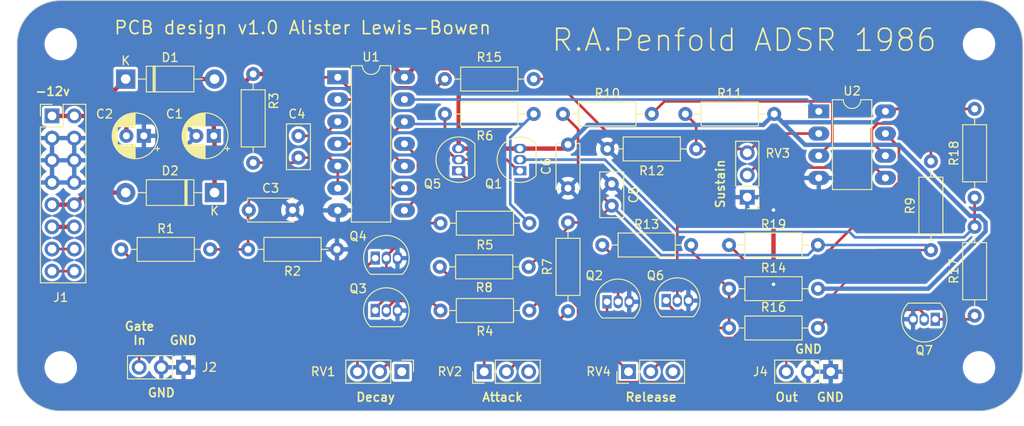
<source format=kicad_pcb>
(kicad_pcb (version 20221018) (generator pcbnew)
  (layers (0 "F.Cu" signal) (31 "B.Cu" signal) (34 "B.Paste" user) (35 "F.Paste" user) (36 "B.SilkS" user "B.Silkscreen") (37 "F.SilkS" user "F.Silkscreen") (38 "B.Mask" user) (39 "F.Mask" user) (44 "Edge.Cuts" user))
  (net 0 "")
  (net 1 "+12V")
  (net 2 "GND")
  (net 3 "-12V")
  (net 4 "A")
  (net 5 "Net-(C4-Pad1)")
  (net 6 "Net-(C4-Pad2)")
  (net 7 "B")
  (net 8 "Net-(D1-K)")
  (net 9 "Net-(D2-A)")
  (net 10 "Gate Bus")
  (net 11 "CV Bus")
  (net 12 "+5V")
  (net 13 "Gate In")
  (net 14 "C")
  (net 15 "Net-(Q1-B)")
  (net 16 "Net-(Q2-C)")
  (net 17 "Net-(Q2-B)")
  (net 18 "Net-(Q3-C)")
  (net 19 "Net-(Q3-B)")
  (net 20 "Net-(Q4-C)")
  (net 21 "Net-(Q5-C)")
  (net 22 "Net-(Q6-C)")
  (net 23 "Net-(Q6-B)")
  (net 24 "Net-(Q7-C)")
  (net 25 "Net-(Q7-B)")
  (net 26 "D")
  (net 27 "E")
  (net 28 "Net-(R7-Pad1)")
  (net 29 "Net-(R8-Pad2)")
  (net 30 "Net-(U2B--)")
  (net 31 "F")
  (net 32 "Net-(U2A--)")
  (net 33 "Net-(R19-Pad1)")
  (net 34 "Net-(U1-Pad2)")
  (net 35 "Net-(U1-Pad11)")
  (net 36 "G")
  (net 37 "Net-(U2B-+)")
  (footprint "Package_TO_SOT_THT:TO-92_Inline" (layer "F.Cu") (at 146.23 94.36)
    (fp_text reference "Q6" (at -1.23 -2.86) (layer "F.SilkS"))
    (fp_text value "BC547")
    (pad "1" thru_hole rect (at 0 0) (size 1.05 1.5) (drill 0.75) (layers "*.Cu" "*.Mask") (net 22 "Net-(Q6-C)"))
    (pad "2" thru_hole oval (at 1.27 0) (size 1.05 1.5) (drill 0.75) (layers "*.Cu" "*.Mask") (net 23 "Net-(Q6-B)"))
    (pad "3" thru_hole oval (at 2.54 0) (size 1.05 1.5) (drill 0.75) (layers "*.Cu" "*.Mask") (net 2 "GND"))
  )
  (footprint "Resistor_THT:R_Axial_DIN0207_L6.3mm_D2.5mm_P10.16mm_Horizontal" (layer "F.Cu") (at 99 68.42 -90)
    (fp_text reference "R3" (at 3.08 -2.37 90) (layer "F.SilkS"))
    (fp_text value "22K")
    (pad "1" thru_hole circle (at 0 0 270) (size 1.6 1.6) (drill 0.8) (layers "*.Cu" "*.Mask") (net 1 "+12V"))
    (pad "2" thru_hole oval (at 10.16 0 270) (size 1.6 1.6) (drill 0.8) (layers "*.Cu" "*.Mask") (net 6 "Net-(C4-Pad2)"))
  )
  (footprint "Diode_THT:D_DO-41_SOD81_P10.16mm_Horizontal" (layer "F.Cu") (at 84.42 69)
    (fp_text reference "D1" (at 5.08 -2.47) (layer "F.SilkS"))
    (fp_text value "1N4007")
    (fp_text user "K" (at 0 -2.1) (layer "F.SilkS"))
    (pad "1" thru_hole rect (at 0 0) (size 2.2 2.2) (drill 1.1) (layers "*.Cu" "*.Mask") (net 8 "Net-(D1-K)"))
    (pad "2" thru_hole oval (at 10.16 0) (size 2.2 2.2) (drill 1.1) (layers "*.Cu" "*.Mask") (net 3 "-12V"))
  )
  (footprint "Package_TO_SOT_THT:TO-92_Inline" (layer "F.Cu") (at 112.96 95.5)
    (fp_text reference "Q3" (at -1.96 -2.5) (layer "F.SilkS"))
    (fp_text value "BC547")
    (pad "1" thru_hole rect (at 0 0) (size 1.05 1.5) (drill 0.75) (layers "*.Cu" "*.Mask") (net 18 "Net-(Q3-C)"))
    (pad "2" thru_hole oval (at 1.27 0) (size 1.05 1.5) (drill 0.75) (layers "*.Cu" "*.Mask") (net 19 "Net-(Q3-B)"))
    (pad "3" thru_hole oval (at 2.54 0) (size 1.05 1.5) (drill 0.75) (layers "*.Cu" "*.Mask") (net 2 "GND"))
  )
  (footprint "Capacitor_THT:C_Disc_D5.0mm_W2.5mm_P5.00mm" (layer "F.Cu") (at 135 81.5 90)
    (fp_text reference "C6" (at 2.5 -2.5 90) (layer "F.SilkS"))
    (fp_text value "100nF")
    (pad "1" thru_hole circle (at 0 0 90) (size 1.6 1.6) (drill 0.8) (layers "*.Cu" "*.Mask") (net 2 "GND"))
    (pad "2" thru_hole circle (at 5 0 90) (size 1.6 1.6) (drill 0.8) (layers "*.Cu" "*.Mask") (net 1 "+12V"))
  )
  (footprint "Resistor_THT:R_Axial_DIN0207_L6.3mm_D2.5mm_P10.16mm_Horizontal" (layer "F.Cu") (at 138.92 88)
    (fp_text reference "R13" (at 5.08 -2.37) (layer "F.SilkS"))
    (fp_text value "6.8K")
    (pad "1" thru_hole circle (at 0 0) (size 1.6 1.6) (drill 0.8) (layers "*.Cu" "*.Mask") (net 17 "Net-(Q2-B)"))
    (pad "2" thru_hole oval (at 10.16 0) (size 1.6 1.6) (drill 0.8) (layers "*.Cu" "*.Mask") (net 22 "Net-(Q6-C)"))
  )
  (footprint "MountingHole:MountingHole_3.2mm_M3" (layer "F.Cu") (at 77 65)
    (fp_text reference "H1" hide)
    (fp_text value "MountingHole")
    (pad "" np_thru_hole circle (at 0 0) (size 3.2 3.2) (drill 3.2) (layers "*.Cu" "*.Mask"))
  )
  (footprint "Connector_PinHeader_2.54mm:PinHeader_2x08_P2.54mm_Vertical" (layer "F.Cu") (at 76 73.22)
    (fp_text reference "J1" (at 1 20.78) (layer "F.SilkS"))
    (fp_text value "Eurorack style bus")
    (pad "1" thru_hole rect (at 0 0) (size 1.7 1.7) (drill 1) (layers "*.Cu" "*.Mask") (net 8 "Net-(D1-K)"))
    (pad "2" thru_hole oval (at 2.54 0) (size 1.7 1.7) (drill 1) (layers "*.Cu" "*.Mask") (net 8 "Net-(D1-K)"))
    (pad "3" thru_hole oval (at 0 2.54) (size 1.7 1.7) (drill 1) (layers "*.Cu" "*.Mask") (net 2 "GND"))
    (pad "4" thru_hole oval (at 2.54 2.54) (size 1.7 1.7) (drill 1) (layers "*.Cu" "*.Mask") (net 2 "GND"))
    (pad "5" thru_hole oval (at 0 5.08) (size 1.7 1.7) (drill 1) (layers "*.Cu" "*.Mask") (net 2 "GND"))
    (pad "6" thru_hole oval (at 2.54 5.08) (size 1.7 1.7) (drill 1) (layers "*.Cu" "*.Mask") (net 2 "GND"))
    (pad "7" thru_hole oval (at 0 7.62) (size 1.7 1.7) (drill 1) (layers "*.Cu" "*.Mask") (net 2 "GND"))
    (pad "8" thru_hole oval (at 2.54 7.62) (size 1.7 1.7) (drill 1) (layers "*.Cu" "*.Mask") (net 2 "GND"))
    (pad "9" thru_hole oval (at 0 10.16) (size 1.7 1.7) (drill 1) (layers "*.Cu" "*.Mask") (net 9 "Net-(D2-A)"))
    (pad "10" thru_hole oval (at 2.54 10.16) (size 1.7 1.7) (drill 1) (layers "*.Cu" "*.Mask") (net 9 "Net-(D2-A)"))
    (pad "11" thru_hole oval (at 0 12.7) (size 1.7 1.7) (drill 1) (layers "*.Cu" "*.Mask") (net 12 "+5V"))
    (pad "12" thru_hole oval (at 2.54 12.7) (size 1.7 1.7) (drill 1) (layers "*.Cu" "*.Mask") (net 12 "+5V"))
    (pad "13" thru_hole oval (at 0 15.24) (size 1.7 1.7) (drill 1) (layers "*.Cu" "*.Mask") (net 11 "CV Bus"))
    (pad "14" thru_hole oval (at 2.54 15.24) (size 1.7 1.7) (drill 1) (layers "*.Cu" "*.Mask") (net 11 "CV Bus"))
    (pad "15" thru_hole oval (at 0 17.78) (size 1.7 1.7) (drill 1) (layers "*.Cu" "*.Mask") (net 10 "Gate Bus"))
    (pad "16" thru_hole oval (at 2.54 17.78) (size 1.7 1.7) (drill 1) (layers "*.Cu" "*.Mask") (net 10 "Gate Bus"))
  )
  (footprint "Capacitor_THT:C_Disc_D5.0mm_W2.5mm_P2.50mm" (layer "F.Cu") (at 140 81 -90)
    (fp_text reference "C5" (at 1.25 -2.5 90) (layer "F.SilkS"))
    (fp_text value "2.2uF")
    (pad "1" thru_hole circle (at 0 0 270) (size 1.6 1.6) (drill 0.8) (layers "*.Cu" "*.Mask") (net 2 "GND"))
    (pad "2" thru_hole circle (at 2.5 0 270) (size 1.6 1.6) (drill 0.8) (layers "*.Cu" "*.Mask") (net 7 "B"))
  )
  (footprint "Connector_PinHeader_2.54mm:PinHeader_1x03_P2.54mm_Vertical" (layer "F.Cu") (at 116 102.5 -90)
    (fp_text reference "RV1" (at 0 9 -180) (layer "F.SilkS"))
    (fp_text value "2.2M")
    (pad "1" thru_hole rect (at 0 0 270) (size 1.7 1.7) (drill 1) (layers "*.Cu" "*.Mask"))
    (pad "2" thru_hole oval (at 0 2.54 270) (size 1.7 1.7) (drill 1) (layers "*.Cu" "*.Mask") (net 29 "Net-(R8-Pad2)"))
    (pad "3" thru_hole oval (at 0 5.08 270) (size 1.7 1.7) (drill 1) (layers "*.Cu" "*.Mask") (net 20 "Net-(Q4-C)"))
  )
  (footprint "Resistor_THT:R_Axial_DIN0207_L6.3mm_D2.5mm_P10.16mm_Horizontal" (layer "F.Cu") (at 139.5 77)
    (fp_text reference "R12" (at 5.08 2.5) (layer "F.SilkS"))
    (fp_text value "22K")
    (pad "1" thru_hole circle (at 0 0) (size 1.6 1.6) (drill 0.8) (layers "*.Cu" "*.Mask") (net 2 "GND"))
    (pad "2" thru_hole oval (at 10.16 0) (size 1.6 1.6) (drill 0.8) (layers "*.Cu" "*.Mask") (net 32 "Net-(U2A--)"))
  )
  (footprint "Capacitor_THT:CP_Radial_D5.0mm_P2.00mm" (layer "F.Cu") (at 94.5 75.5 180)
    (fp_text reference "C1" (at 4.5 2.5) (layer "F.SilkS"))
    (fp_text value "10uF")
    (pad "1" thru_hole rect (at 0 0 180) (size 1.6 1.6) (drill 0.8) (layers "*.Cu" "*.Mask") (net 1 "+12V"))
    (pad "2" thru_hole circle (at 2 0 180) (size 1.6 1.6) (drill 0.8) (layers "*.Cu" "*.Mask") (net 2 "GND"))
  )
  (footprint "Connector_PinHeader_2.54mm:PinHeader_1x03_P2.54mm_Vertical" (layer "F.Cu") (at 165.04 102.5 -90)
    (fp_text reference "J4" (at 0 8.04 -180) (layer "F.SilkS"))
    (fp_text value "Output breakout")
    (pad "1" thru_hole rect (at 0 0 270) (size 1.7 1.7) (drill 1) (layers "*.Cu" "*.Mask") (net 2 "GND"))
    (pad "2" thru_hole oval (at 0 2.54 270) (size 1.7 1.7) (drill 1) (layers "*.Cu" "*.Mask") (net 2 "GND"))
    (pad "3" thru_hole oval (at 0 5.08 270) (size 1.7 1.7) (drill 1) (layers "*.Cu" "*.Mask") (net 7 "B"))
  )
  (footprint "Capacitor_THT:C_Disc_D5.0mm_W2.5mm_P5.00mm" (layer "F.Cu") (at 98.5 84)
    (fp_text reference "C3" (at 2.5 -2.5) (layer "F.SilkS"))
    (fp_text value "100nF")
    (pad "1" thru_hole circle (at 0 0) (size 1.6 1.6) (drill 0.8) (layers "*.Cu" "*.Mask") (net 4 "A"))
    (pad "2" thru_hole circle (at 5 0) (size 1.6 1.6) (drill 0.8) (layers "*.Cu" "*.Mask") (net 2 "GND"))
  )
  (footprint "Package_TO_SOT_THT:TO-92_Inline" (layer "F.Cu") (at 139.46 94.5)
    (fp_text reference "Q2" (at -1.46 -3) (layer "F.SilkS"))
    (fp_text value "BC547")
    (pad "1" thru_hole rect (at 0 0) (size 1.05 1.5) (drill 0.75) (layers "*.Cu" "*.Mask") (net 16 "Net-(Q2-C)"))
    (pad "2" thru_hole oval (at 1.27 0) (size 1.05 1.5) (drill 0.75) (layers "*.Cu" "*.Mask") (net 17 "Net-(Q2-B)"))
    (pad "3" thru_hole oval (at 2.54 0) (size 1.05 1.5) (drill 0.75) (layers "*.Cu" "*.Mask") (net 2 "GND"))
  )
  (footprint "Resistor_THT:R_Axial_DIN0207_L6.3mm_D2.5mm_P10.16mm_Horizontal" (layer "F.Cu") (at 130.5 90.5 180)
    (fp_text reference "R8" (at 5.08 -2.37) (layer "F.SilkS"))
    (fp_text value "6.8K")
    (pad "1" thru_hole circle (at 0 0 180) (size 1.6 1.6) (drill 0.8) (layers "*.Cu" "*.Mask") (net 7 "B"))
    (pad "2" thru_hole oval (at 10.16 0 180) (size 1.6 1.6) (drill 0.8) (layers "*.Cu" "*.Mask") (net 29 "Net-(R8-Pad2)"))
  )
  (footprint "Resistor_THT:R_Axial_DIN0207_L6.3mm_D2.5mm_P10.16mm_Horizontal" (layer "F.Cu") (at 135 95.58 90)
    (fp_text reference "R7" (at 5.08 -2.37 90) (layer "F.SilkS"))
    (fp_text value "6.8K")
    (pad "1" thru_hole circle (at 0 0 90) (size 1.6 1.6) (drill 0.8) (layers "*.Cu" "*.Mask") (net 28 "Net-(R7-Pad1)"))
    (pad "2" thru_hole oval (at 10.16 0 90) (size 1.6 1.6) (drill 0.8) (layers "*.Cu" "*.Mask") (net 7 "B"))
  )
  (footprint "Package_TO_SOT_THT:TO-92_Inline" (layer "F.Cu") (at 129.5 79.5 90)
    (fp_text reference "Q1" (at -1.5 -3 180) (layer "F.SilkS"))
    (fp_text value "BC557")
    (pad "1" thru_hole rect (at 0 0 90) (size 1.05 1.5) (drill 0.75) (layers "*.Cu" "*.Mask") (net 14 "C"))
    (pad "2" thru_hole oval (at 1.27 0 90) (size 1.05 1.5) (drill 0.75) (layers "*.Cu" "*.Mask") (net 15 "Net-(Q1-B)"))
    (pad "3" thru_hole oval (at 2.54 0 90) (size 1.05 1.5) (drill 0.75) (layers "*.Cu" "*.Mask") (net 1 "+12V"))
  )
  (footprint "Resistor_THT:R_Axial_DIN0207_L6.3mm_D2.5mm_P10.16mm_Horizontal" (layer "F.Cu") (at 181.5 96.08 90)
    (fp_text reference "R17" (at 5.08 -2.37 90) (layer "F.SilkS"))
    (fp_text value "10K")
    (pad "1" thru_hole circle (at 0 0 90) (size 1.6 1.6) (drill 0.8) (layers "*.Cu" "*.Mask") (net 24 "Net-(Q7-C)"))
    (pad "2" thru_hole oval (at 10.16 0 90) (size 1.6 1.6) (drill 0.8) (layers "*.Cu" "*.Mask") (net 15 "Net-(Q1-B)"))
  )
  (footprint "Connector_PinHeader_2.54mm:PinHeader_1x03_P2.54mm_Vertical" (layer "F.Cu") (at 91.04 102 -90)
    (fp_text reference "J2" (at 0 -2.96 -180) (layer "F.SilkS"))
    (fp_text value "Input breakout")
    (pad "1" thru_hole rect (at 0 0 270) (size 1.7 1.7) (drill 1) (layers "*.Cu" "*.Mask") (net 2 "GND"))
    (pad "2" thru_hole oval (at 0 2.54 270) (size 1.7 1.7) (drill 1) (layers "*.Cu" "*.Mask") (net 2 "GND"))
    (pad "3" thru_hole oval (at 0 5.08 270) (size 1.7 1.7) (drill 1) (layers "*.Cu" "*.Mask") (net 13 "Gate In"))
  )
  (footprint "Package_TO_SOT_THT:TO-92_Inline" (layer "F.Cu") (at 122.5 79.5 90)
    (fp_text reference "Q5" (at -1.5 -3 180) (layer "F.SilkS"))
    (fp_text value "BC557")
    (pad "1" thru_hole rect (at 0 0 90) (size 1.05 1.5) (drill 0.75) (layers "*.Cu" "*.Mask") (net 21 "Net-(Q5-C)"))
    (pad "2" thru_hole oval (at 1.27 0 90) (size 1.05 1.5) (drill 0.75) (layers "*.Cu" "*.Mask") (net 14 "C"))
    (pad "3" thru_hole oval (at 2.54 0 90) (size 1.05 1.5) (drill 0.75) (layers "*.Cu" "*.Mask") (net 1 "+12V"))
  )
  (footprint "Connector_PinHeader_2.54mm:PinHeader_1x03_P2.54mm_Vertical" (layer "F.Cu") (at 141.92 102.5 90)
    (fp_text reference "RV4" (at 0 -3.42 180) (layer "F.SilkS"))
    (fp_text value "2.2M")
    (pad "1" thru_hole rect (at 0 0 90) (size 1.7 1.7) (drill 1) (layers "*.Cu" "*.Mask") (net 16 "Net-(Q2-C)"))
    (pad "2" thru_hole oval (at 0 2.54 90) (size 1.7 1.7) (drill 1) (layers "*.Cu" "*.Mask") (net 33 "Net-(R19-Pad1)"))
    (pad "3" thru_hole oval (at 0 5.08 90) (size 1.7 1.7) (drill 1) (layers "*.Cu" "*.Mask"))
  )
  (footprint "MountingHole:MountingHole_3.2mm_M3" (layer "F.Cu") (at 182 102)
    (fp_text reference "H3" hide)
    (fp_text value "MountingHole")
    (pad "" np_thru_hole circle (at 0 0) (size 3.2 3.2) (drill 3.2) (layers "*.Cu" "*.Mask"))
  )
  (footprint "Connector_PinHeader_2.54mm:PinHeader_1x03_P2.54mm_Vertical" (layer "F.Cu") (at 125.42 102.5 90)
    (fp_text reference "RV2" (at 0 -3.92 180) (layer "F.SilkS"))
    (fp_text value "2.2M")
    (pad "1" thru_hole rect (at 0 0 90) (size 1.7 1.7) (drill 1) (layers "*.Cu" "*.Mask") (net 21 "Net-(Q5-C)"))
    (pad "2" thru_hole oval (at 0 2.54 90) (size 1.7 1.7) (drill 1) (layers "*.Cu" "*.Mask") (net 28 "Net-(R7-Pad1)"))
    (pad "3" thru_hole oval (at 0 5.08 90) (size 1.7 1.7) (drill 1) (layers "*.Cu" "*.Mask"))
  )
  (footprint "Package_DIP:DIP-14_W7.62mm_LongPads" (layer "F.Cu") (at 108.675 68.8)
    (fp_text reference "U1" (at 3.81 -2.33) (layer "F.SilkS"))
    (fp_text value "4001")
    (pad "1" thru_hole rect (at 0 0) (size 2.4 1.6) (drill 0.8) (layers "*.Cu" "*.Mask") (net 4 "A"))
    (pad "2" thru_hole oval (at 0 2.54) (size 2.4 1.6) (drill 0.8) (layers "*.Cu" "*.Mask") (net 34 "Net-(U1-Pad2)"))
    (pad "3" thru_hole oval (at 0 5.08) (size 2.4 1.6) (drill 0.8) (layers "*.Cu" "*.Mask") (net 5 "Net-(C4-Pad1)"))
    (pad "4" thru_hole oval (at 0 7.62) (size 2.4 1.6) (drill 0.8) (layers "*.Cu" "*.Mask") (net 34 "Net-(U1-Pad2)"))
    (pad "5" thru_hole oval (at 0 10.16) (size 2.4 1.6) (drill 0.8) (layers "*.Cu" "*.Mask") (net 6 "Net-(C4-Pad2)"))
    (pad "6" thru_hole oval (at 0 12.7) (size 2.4 1.6) (drill 0.8) (layers "*.Cu" "*.Mask") (net 6 "Net-(C4-Pad2)"))
    (pad "7" thru_hole oval (at 0 15.24) (size 2.4 1.6) (drill 0.8) (layers "*.Cu" "*.Mask") (net 2 "GND"))
    (pad "8" thru_hole oval (at 7.62 15.24) (size 2.4 1.6) (drill 0.8) (layers "*.Cu" "*.Mask") (net 35 "Net-(U1-Pad11)"))
    (pad "9" thru_hole oval (at 7.62 12.7) (size 2.4 1.6) (drill 0.8) (layers "*.Cu" "*.Mask") (net 34 "Net-(U1-Pad2)"))
    (pad "10" thru_hole oval (at 7.62 10.16) (size 2.4 1.6) (drill 0.8) (layers "*.Cu" "*.Mask") (net 27 "E"))
    (pad "11" thru_hole oval (at 7.62 7.62) (size 2.4 1.6) (drill 0.8) (layers "*.Cu" "*.Mask") (net 35 "Net-(U1-Pad11)"))
    (pad "12" thru_hole oval (at 7.62 5.08) (size 2.4 1.6) (drill 0.8) (layers "*.Cu" "*.Mask") (net 27 "E"))
    (pad "13" thru_hole oval (at 7.62 2.54) (size 2.4 1.6) (drill 0.8) (layers "*.Cu" "*.Mask") (net 36 "G"))
    (pad "14" thru_hole oval (at 7.62 0) (size 2.4 1.6) (drill 0.8) (layers "*.Cu" "*.Mask") (net 1 "+12V"))
  )
  (footprint "Resistor_THT:R_Axial_DIN0207_L6.3mm_D2.5mm_P10.16mm_Horizontal" (layer "F.Cu") (at 98.42 88.5)
    (fp_text reference "R2" (at 5.08 2.5) (layer "F.SilkS"))
    (fp_text value "10K")
    (pad "1" thru_hole circle (at 0 0) (size 1.6 1.6) (drill 0.8) (layers "*.Cu" "*.Mask") (net 4 "A"))
    (pad "2" thru_hole oval (at 10.16 0) (size 1.6 1.6) (drill 0.8) (layers "*.Cu" "*.Mask") (net 2 "GND"))
  )
  (footprint "Resistor_THT:R_Axial_DIN0207_L6.3mm_D2.5mm_P10.16mm_Horizontal" (layer "F.Cu") (at 148.42 73)
    (fp_text reference "R11" (at 5.08 -2.37) (layer "F.SilkS"))
    (fp_text value "6.8K")
    (pad "1" thru_hole circle (at 0 0) (size 1.6 1.6) (drill 0.8) (layers "*.Cu" "*.Mask") (net 32 "Net-(U2A--)"))
    (pad "2" thru_hole oval (at 10.16 0) (size 1.6 1.6) (drill 0.8) (layers "*.Cu" "*.Mask") (net 1 "+12V"))
  )
  (footprint "Resistor_THT:R_Axial_DIN0207_L6.3mm_D2.5mm_P10.16mm_Horizontal" (layer "F.Cu") (at 130.58 95.5 180)
    (fp_text reference "R4" (at 5.08 -2.37) (layer "F.SilkS"))
    (fp_text value "10K")
    (pad "1" thru_hole circle (at 0 0 180) (size 1.6 1.6) (drill 0.8) (layers "*.Cu" "*.Mask") (net 26 "D"))
    (pad "2" thru_hole oval (at 10.16 0 180) (size 1.6 1.6) (drill 0.8) (layers "*.Cu" "*.Mask") (net 19 "Net-(Q3-B)"))
  )
  (footprint "Resistor_THT:R_Axial_DIN0207_L6.3mm_D2.5mm_P10.16mm_Horizontal" (layer "F.Cu") (at 134.42 73)
    (fp_text reference "R10" (at 5.08 -2.37) (layer "F.SilkS"))
    (fp_text value "10K")
    (pad "1" thru_hole circle (at 0 0) (size 1.6 1.6) (drill 0.8) (layers "*.Cu" "*.Mask") (net 7 "B"))
    (pad "2" thru_hole oval (at 10.16 0) (size 1.6 1.6) (drill 0.8) (layers "*.Cu" "*.Mask") (net 31 "F"))
  )
  (footprint "Connector_PinHeader_2.54mm:PinHeader_1x03_P2.54mm_Vertical" (layer "F.Cu") (at 155.5 82.525 180)
    (fp_text reference "RV3" (at -3.5 5.025) (layer "F.SilkS"))
    (fp_text value "100K")
    (pad "1" thru_hole rect (at 0 0 180) (size 1.7 1.7) (drill 1) (layers "*.Cu" "*.Mask") (net 2 "GND"))
    (pad "2" thru_hole oval (at 0 2.54 180) (size 1.7 1.7) (drill 1) (layers "*.Cu" "*.Mask") (net 37 "Net-(U2B-+)"))
    (pad "3" thru_hole oval (at 0 5.08 180) (size 1.7 1.7) (drill 1) (layers "*.Cu" "*.Mask") (net 32 "Net-(U2A--)"))
  )
  (footprint "Diode_THT:D_DO-41_SOD81_P10.16mm_Horizontal" (layer "F.Cu") (at 94.58 82 180)
    (fp_text reference "D2" (at 5.08 2.5) (layer "F.SilkS"))
    (fp_text value "1N4007")
    (fp_text user "K" (at 0 -2.1) (layer "F.SilkS"))
    (pad "1" thru_hole rect (at 0 0 180) (size 2.2 2.2) (drill 1.1) (layers "*.Cu" "*.Mask") (net 1 "+12V"))
    (pad "2" thru_hole oval (at 10.16 0 180) (size 2.2 2.2) (drill 1.1) (layers "*.Cu" "*.Mask") (net 9 "Net-(D2-A)"))
  )
  (footprint "Capacitor_THT:CP_Radial_D5.0mm_P2.00mm" (layer "F.Cu") (at 86.5 75.5 180)
    (fp_text reference "C2" (at 4.5 2.5) (layer "F.SilkS"))
    (fp_text value "10uF")
    (pad "1" thru_hole rect (at 0 0 180) (size 1.6 1.6) (drill 0.8) (layers "*.Cu" "*.Mask") (net 2 "GND"))
    (pad "2" thru_hole circle (at 2 0 180) (size 1.6 1.6) (drill 0.8) (layers "*.Cu" "*.Mask") (net 3 "-12V"))
  )
  (footprint "Package_TO_SOT_THT:TO-92_Inline" (layer "F.Cu") (at 112.96 89.5)
    (fp_text reference "Q4" (at -1.96 -2.5) (layer "F.SilkS"))
    (fp_text value "BC547")
    (pad "1" thru_hole rect (at 0 0) (size 1.05 1.5) (drill 0.75) (layers "*.Cu" "*.Mask") (net 20 "Net-(Q4-C)"))
    (pad "2" thru_hole oval (at 1.27 0) (size 1.05 1.5) (drill 0.75) (layers "*.Cu" "*.Mask") (net 18 "Net-(Q3-C)"))
    (pad "3" thru_hole oval (at 2.54 0) (size 1.05 1.5) (drill 0.75) (layers "*.Cu" "*.Mask") (net 2 "GND"))
  )
  (footprint "Resistor_THT:R_Axial_DIN0207_L6.3mm_D2.5mm_P10.16mm_Horizontal" (layer "F.Cu") (at 120.92 73)
    (fp_text reference "R6" (at 4.58 2.5) (layer "F.SilkS"))
    (fp_text value "10K")
    (pad "1" thru_hole circle (at 0 0) (size 1.6 1.6) (drill 0.8) (layers "*.Cu" "*.Mask") (net 14 "C"))
    (pad "2" thru_hole oval (at 10.16 0) (size 1.6 1.6) (drill 0.8) (layers "*.Cu" "*.Mask") (net 27 "E"))
  )
  (footprint "Resistor_THT:R_Axial_DIN0207_L6.3mm_D2.5mm_P10.16mm_Horizontal" (layer "F.Cu") (at 131.08 69 180)
    (fp_text reference "R15" (at 5.08 2.5) (layer "F.SilkS"))
    (fp_text value "10K")
    (pad "1" thru_hole circle (at 0 0 180) (size 1.6 1.6) (drill 0.8) (layers "*.Cu" "*.Mask") (net 23 "Net-(Q6-B)"))
    (pad "2" thru_hole oval (at 10.16 0 180) (size 1.6 1.6) (drill 0.8) (layers "*.Cu" "*.Mask") (net 4 "A"))
  )
  (footprint "Resistor_THT:R_Axial_DIN0207_L6.3mm_D2.5mm_P10.16mm_Horizontal" (layer "F.Cu") (at 83.92 88.5)
    (fp_text reference "R1" (at 5.08 -2.37) (layer "F.SilkS"))
    (fp_text value "1K")
    (pad "1" thru_hole circle (at 0 0) (size 1.6 1.6) (drill 0.8) (layers "*.Cu" "*.Mask") (net 13 "Gate In"))
    (pad "2" thru_hole oval (at 10.16 0) (size 1.6 1.6) (drill 0.8) (layers "*.Cu" "*.Mask") (net 4 "A"))
  )
  (footprint "MountingHole:MountingHole_3.2mm_M3" (layer "F.Cu") (at 77 102)
    (fp_text reference "H4" hide)
    (fp_text value "MountingHole")
    (pad "" np_thru_hole circle (at 0 0) (size 3.2 3.2) (drill 3.2) (layers "*.Cu" "*.Mask"))
  )
  (footprint "Resistor_THT:R_Axial_DIN0207_L6.3mm_D2.5mm_P10.16mm_Horizontal" (layer "F.Cu") (at 153.42 97.5)
    (fp_text reference "R16" (at 5.08 -2.37) (layer "F.SilkS"))
    (fp_text value "100K")
    (pad "1" thru_hole circle (at 0 0) (size 1.6 1.6) (drill 0.8) (layers "*.Cu" "*.Mask") (net 22 "Net-(Q6-C)"))
    (pad "2" thru_hole oval (at 10.16 0) (size 1.6 1.6) (drill 0.8) (layers "*.Cu" "*.Mask") (net 25 "Net-(Q7-B)"))
  )
  (footprint "MountingHole:MountingHole_3.2mm_M3" (layer "F.Cu") (at 182 65)
    (fp_text reference "H2" hide)
    (fp_text value "MountingHole")
    (pad "" np_thru_hole circle (at 0 0) (size 3.2 3.2) (drill 3.2) (layers "*.Cu" "*.Mask"))
  )
  (footprint "Package_DIP:DIP-8_W7.62mm_LongPads" (layer "F.Cu") (at 163.675 72.7)
    (fp_text reference "U2" (at 3.81 -2.33) (layer "F.SilkS"))
    (fp_text value "CA3240E")
    (pad "1" thru_hole rect (at 0 0) (size 2.4 1.6) (drill 0.8) (layers "*.Cu" "*.Mask") (net 36 "G"))
    (pad "2" thru_hole oval (at 0 2.54) (size 2.4 1.6) (drill 0.8) (layers "*.Cu" "*.Mask") (net 32 "Net-(U2A--)"))
    (pad "3" thru_hole oval (at 0 5.08) (size 2.4 1.6) (drill 0.8) (layers "*.Cu" "*.Mask") (net 31 "F"))
    (pad "4" thru_hole oval (at 0 7.62) (size 2.4 1.6) (drill 0.8) (layers "*.Cu" "*.Mask") (net 2 "GND"))
    (pad "5" thru_hole oval (at 7.62 7.62) (size 2.4 1.6) (drill 0.8) (layers "*.Cu" "*.Mask") (net 37 "Net-(U2B-+)"))
    (pad "6" thru_hole oval (at 7.62 5.08) (size 2.4 1.6) (drill 0.8) (layers "*.Cu" "*.Mask") (net 30 "Net-(U2B--)"))
    (pad "7" thru_hole oval (at 7.62 2.54) (size 2.4 1.6) (drill 0.8) (layers "*.Cu" "*.Mask") (net 26 "D"))
    (pad "8" thru_hole oval (at 7.62 0) (size 2.4 1.6) (drill 0.8) (layers "*.Cu" "*.Mask") (net 1 "+12V"))
  )
  (footprint "Capacitor_THT:C_Disc_D5.0mm_W2.5mm_P2.50mm" (layer "F.Cu") (at 104.175 75.5 -90)
    (fp_text reference "C4" (at -2.5 0.175 -180) (layer "F.SilkS"))
    (fp_text value "4.7nF")
    (pad "1" thru_hole circle (at 0 0 270) (size 1.6 1.6) (drill 0.8) (layers "*.Cu" "*.Mask") (net 5 "Net-(C4-Pad1)"))
    (pad "2" thru_hole circle (at 2.5 0 270) (size 1.6 1.6) (drill 0.8) (layers "*.Cu" "*.Mask") (net 6 "Net-(C4-Pad2)"))
  )
  (footprint "Resistor_THT:R_Axial_DIN0207_L6.3mm_D2.5mm_P10.16mm_Horizontal" (layer "F.Cu") (at 120.42 85.5)
    (fp_text reference "R5" (at 5.08 2.5) (layer "F.SilkS"))
    (fp_text value "10K")
    (pad "1" thru_hole circle (at 0 0) (size 1.6 1.6) (drill 0.8) (layers "*.Cu" "*.Mask") (net 18 "Net-(Q3-C)"))
    (pad "2" thru_hole oval (at 10.16 0) (size 1.6 1.6) (drill 0.8) (layers "*.Cu" "*.Mask") (net 27 "E"))
  )
  (footprint "Resistor_THT:R_Axial_DIN0207_L6.3mm_D2.5mm_P10.16mm_Horizontal" (layer "F.Cu") (at 181.5 82.58 90)
    (fp_text reference "R18" (at 5.08 -2.37 90) (layer "F.SilkS"))
    (fp_text value "100K")
    (pad "1" thru_hole circle (at 0 0 90) (size 1.6 1.6) (drill 0.8) (layers "*.Cu" "*.Mask") (net 15 "Net-(Q1-B)"))
    (pad "2" thru_hole oval (at 10.16 0 90) (size 1.6 1.6) (drill 0.8) (layers "*.Cu" "*.Mask") (net 1 "+12V"))
  )
  (footprint "Resistor_THT:R_Axial_DIN0207_L6.3mm_D2.5mm_P10.16mm_Horizontal" (layer "F.Cu") (at 153.42 93)
    (fp_text reference "R14" (at 5.08 -2.37) (layer "F.SilkS"))
    (fp_text value "6.8K")
    (pad "1" thru_hole circle (at 0 0) (size 1.6 1.6) (drill 0.8) (layers "*.Cu" "*.Mask") (net 22 "Net-(Q6-C)"))
    (pad "2" thru_hole oval (at 10.16 0) (size 1.6 1.6) (drill 0.8) (layers "*.Cu" "*.Mask") (net 1 "+12V"))
  )
  (footprint "Resistor_THT:R_Axial_DIN0207_L6.3mm_D2.5mm_P10.16mm_Horizontal" (layer "F.Cu") (at 176.5 88.58 90)
    (fp_text reference "R9" (at 5.08 -2.37 90) (layer "F.SilkS"))
    (fp_text value "10K")
    (pad "1" thru_hole circle (at 0 0 90) (size 1.6 1.6) (drill 0.8) (layers "*.Cu" "*.Mask") (net 7 "B"))
    (pad "2" thru_hole oval (at 10.16 0 90) (size 1.6 1.6) (drill 0.8) (layers "*.Cu" "*.Mask") (net 30 "Net-(U2B--)"))
  )
  (footprint "Resistor_THT:R_Axial_DIN0207_L6.3mm_D2.5mm_P10.16mm_Horizontal" (layer "F.Cu") (at 153.42 88)
    (fp_text reference "R19" (at 5.08 -2.37) (layer "F.SilkS"))
    (fp_text value "6.8K")
    (pad "1" thru_hole circle (at 0 0) (size 1.6 1.6) (drill 0.8) (layers "*.Cu" "*.Mask") (net 33 "Net-(R19-Pad1)"))
    (pad "2" thru_hole oval (at 10.16 0) (size 1.6 1.6) (drill 0.8) (layers "*.Cu" "*.Mask") (net 7 "B"))
  )
  (footprint "Package_TO_SOT_THT:TO-92_Inline" (layer "F.Cu") (at 177 96.5 180)
    (fp_text reference "Q7" (at 1.27 -3.56) (layer "F.SilkS"))
    (fp_text value "BC547")
    (pad "1" thru_hole rect (at 0 0 180) (size 1.05 1.5) (drill 0.75) (layers "*.Cu" "*.Mask") (net 24 "Net-(Q7-C)"))
    (pad "2" thru_hole oval (at 1.27 0 180) (size 1.05 1.5) (drill 0.75) (layers "*.Cu" "*.Mask") (net 25 "Net-(Q7-B)"))
    (pad "3" thru_hole oval (at 2.54 0 180) (size 1.05 1.5) (drill 0.75) (layers "*.Cu" "*.Mask") (net 2 "GND"))
  )
  (gr_arc (start 182 60) (mid 185.535534 61.464466) (end 187 65) (stroke (width 0.1)) (layer "Edge.Cuts"))
  (gr_line (start 187 102) (end 187 65) (stroke (width 0.1)) (layer "Edge.Cuts"))
  (gr_arc (start 77 107) (mid 73.464466 105.535534) (end 72 102) (stroke (width 0.1)) (layer "Edge.Cuts"))
  (gr_arc (start 187 102) (mid 185.535534 105.535534) (end 182 107) (stroke (width 0.1)) (layer "Edge.Cuts"))
  (gr_line (start 77 107) (end 182 107) (stroke (width 0.1)) (layer "Edge.Cuts"))
  (gr_line (start 72 65) (end 72 102) (stroke (width 0.1)) (layer "Edge.Cuts"))
  (gr_arc (start 72 65) (mid 73.464466 61.464466) (end 77 60) (stroke (width 0.1)) (layer "Edge.Cuts"))
  (gr_line (start 182 60) (end 77 60) (stroke (width 0.1)) (layer "Edge.Cuts"))
  (gr_text "Release" (at 144.5 106) (layer "F.SilkS") (effects (font (size 1 1) (thickness 0.1875)) (justify bottom)))
  (gr_text "PCB design v1.0 Alister Lewis-Bowen" (at 83 64) (layer "F.SilkS") (effects (font (size 1.5 1.5) (thickness 0.1875)) (justify left bottom)))
  (gr_text "Decay" (at 113 106) (layer "F.SilkS") (effects (font (size 1 1) (thickness 0.1875)) (justify bottom)))
  (gr_text "GND" (at 88.5 105.5) (layer "F.SilkS") (effects (font (size 1 1) (thickness 0.1875)) (justify bottom)))
  (gr_text "GND" (at 91 99.5) (layer "F.SilkS") (effects (font (size 1 1) (thickness 0.1875)) (justify bottom)))
  (gr_text "Out" (at 160 106) (layer "F.SilkS") (effects (font (size 1 1) (thickness 0.1875)) (justify bottom)))
  (gr_text "GND" (at 162.5 100.5) (layer "F.SilkS") (effects (font (size 1 1) (thickness 0.1875)) (justify bottom)))
  (gr_text "Gate\nIn" (at 86 99.5) (layer "F.SilkS") (effects (font (size 1 1) (thickness 0.1875)) (justify bottom)))
  (gr_text "-12v" (at 74 71) (layer "F.SilkS") (effects (font (size 1 1) (thickness 0.1875)) (justify left bottom)))
  (gr_text "Attack" (at 127.5 106) (layer "F.SilkS") (effects (font (size 1 1) (thickness 0.1875)) (justify bottom)))
  (gr_text "Sustain" (at 153 81 90) (layer "F.SilkS") (effects (font (size 1 1) (thickness 0.1875)) (justify bottom)))
  (gr_text "R.A.Penfold ADSR 1986" (at 133 66) (layer "F.SilkS") (effects (font (size 2.5 2.5) (thickness 0.1875)) (justify left bottom)))
  (gr_text "GND" (at 165 106) (layer "F.SilkS") (effects (font (size 1 1) (thickness 0.1875)) (justify bottom)))
  (segment (start 94.5 72.92) (end 99 68.42) (width 0.5) (layer "F.Cu") (net 1))
  (segment (start 94.58 75.58) (end 94.5 75.5) (width 0.5) (layer "F.Cu") (net 1))
  (segment (start 181.5 72.42) (end 171.575 72.42) (width 0.3) (layer "F.Cu") (net 1))
  (segment (start 94.58 82) (end 94.58 75.58) (width 0.5) (layer "F.Cu") (net 1))
  (segment (start 94.5 75.5) (end 94.5 72.92) (width 0.5) (layer "F.Cu") (net 1))
  (segment (start 122.5 76.96) (end 129.5 76.96) (width 0.5) (layer "F.Cu") (net 1))
  (segment (start 116.295 68.8) (end 117.345 67.75) (width 0.5) (layer "F.Cu") (net 1))
  (segment (start 129.5 76.96) (end 134.54 76.96) (width 0.5) (layer "F.Cu") (net 1))
  (segment (start 171.575 72.42) (end 171.295 72.7) (width 0.3) (layer "F.Cu") (net 1))
  (segment (start 113.995 66.5) (end 116.295 68.8) (width 0.5) (layer "F.Cu") (net 1))
  (segment (start 122.5 68.812233) (end 122.5 76.96) (width 0.5) (layer "F.Cu") (net 1))
  (segment (start 121.437767 67.75) (end 122.5 68.812233) (width 0.5) (layer "F.Cu") (net 1))
  (segment (start 104.58 68.42) (end 106.5 66.5) (width 0.5) (layer "F.Cu") (net 1))
  (segment (start 117.345 67.75) (end 121.437767 67.75) (width 0.5) (layer "F.Cu") (net 1))
  (segment (start 99 68.42) (end 104.58 68.42) (width 0.5) (layer "F.Cu") (net 1))
  (segment (start 134.54 76.96) (end 135 76.5) (width 0.5) (layer "F.Cu") (net 1))
  (segment (start 106.5 66.5) (end 113.995 66.5) (width 0.5) (layer "F.Cu") (net 1))
  (segment (start 176.187767 93) (end 163.58 93) (width 0.5) (layer "B.Cu") (net 1))
  (segment (start 170.045 73.95) (end 171.295 72.7) (width 0.5) (layer "B.Cu") (net 1))
  (segment (start 158.58 73) (end 162.11 76.53) (width 0.5) (layer "B.Cu") (net 1))
  (segment (start 159.53 73.95) (end 170.045 73.95) (width 0.5) (layer "B.Cu") (net 1))
  (segment (start 162.11 76.53) (end 172.842233 76.53) (width 0.5) (layer "B.Cu") (net 1))
  (segment (start 137.25 74.25) (end 135 76.5) (width 0.5) (layer "B.Cu") (net 1))
  (segment (start 157.33 74.25) (end 137.25 74.25) (width 0.5) (layer "B.Cu") (net 1))
  (segment (start 158.58 73) (end 157.33 74.25) (width 0.5) (layer "B.Cu") (net 1))
  (segment (start 182.75 85.402233) (end 182.75 86.437767) (width 0.5) (layer "B.Cu") (net 1))
  (segment (start 182.017767 84.67) (end 182.75 85.402233) (width 0.5) (layer "B.Cu") (net 1))
  (segment (start 172.842233 76.53) (end 180.982233 84.67) (width 0.5) (layer "B.Cu") (net 1))
  (segment (start 158.58 73) (end 159.53 73.95) (width 0.5) (layer "B.Cu") (net 1))
  (segment (start 182.75 86.437767) (end 176.187767 93) (width 0.5) (layer "B.Cu") (net 1))
  (segment (start 180.982233 84.67) (end 182.017767 84.67) (width 0.5) (layer "B.Cu") (net 1))
  (segment (start 158.5 84) (end 158.5 92.5) (width 0.5) (layer "F.Cu") (net 2))
  (via (at 158.5 84) (size 0.8) (drill 0.4) (layers "F.Cu" "B.Cu") (net 2))
  (via (at 158.5 92.5) (size 0.8) (drill 0.4) (layers "F.Cu" "B.Cu") (net 2))
  (segment (start 84.5 74.36863) (end 89.86863 69) (width 0.5) (layer "F.Cu") (net 3))
  (segment (start 89.86863 69) (end 94.58 69) (width 0.5) (layer "F.Cu") (net 3))
  (segment (start 84.5 75.5) (end 84.5 74.36863) (width 0.5) (layer "F.Cu") (net 3))
  (segment (start 119.97 69.95) (end 109.825 69.95) (width 0.3) (layer "F.Cu") (net 4))
  (segment (start 98.5 82.5) (end 98.5 84) (width 0.3) (layer "F.Cu") (net 4))
  (segment (start 97 77) (end 97 81) (width 0.3) (layer "F.Cu") (net 4))
  (segment (start 98.42 84.08) (end 98.5 84) (width 0.3) (layer "F.Cu") (net 4))
  (segment (start 99.953654 76) (end 98 76) (width 0.3) (layer "F.Cu") (net 4))
  (segment (start 109.825 69.95) (end 108.675 68.8) (width 0.3) (layer "F.Cu") (net 4))
  (segment (start 108.675 68.8) (end 107.153654 68.8) (width 0.3) (layer "F.Cu") (net 4))
  (segment (start 98 76) (end 97 77) (width 0.3) (layer "F.Cu") (net 4))
  (segment (start 107.153654 68.8) (end 99.953654 76) (width 0.3) (layer "F.Cu") (net 4))
  (segment (start 94.08 88.5) (end 98.42 88.5) (width 0.3) (layer "F.Cu") (net 4))
  (segment (start 97 81) (end 98.5 82.5) (width 0.3) (layer "F.Cu") (net 4))
  (segment (start 98.42 88.5) (end 98.42 84.08) (width 0.3) (layer "F.Cu") (net 4))
  (segment (start 120.92 69) (end 119.97 69.95) (width 0.3) (layer "F.Cu") (net 4))
  (segment (start 107.055 75.5) (end 108.675 73.88) (width 0.3) (layer "F.Cu") (net 5))
  (segment (start 104.175 75.5) (end 107.055 75.5) (width 0.3) (layer "F.Cu") (net 5))
  (segment (start 108.675 78.96) (end 108.675 81.5) (width 0.3) (layer "F.Cu") (net 6))
  (segment (start 99 78.58) (end 103.595 78.58) (width 0.3) (layer "F.Cu") (net 6))
  (segment (start 107.715 78) (end 108.675 78.96) (width 0.3) (layer "F.Cu") (net 6))
  (segment (start 103.595 78.58) (end 104.175 78) (width 0.3) (layer "F.Cu") (net 6))
  (segment (start 104.175 78) (end 107.715 78) (width 0.3) (layer "F.Cu") (net 6))
  (segment (start 136.15 79.65) (end 136.15 74.73) (width 0.3) (layer "F.Cu") (net 7))
  (segment (start 136.15 74.73) (end 134.42 73) (width 0.3) (layer "F.Cu") (net 7))
  (segment (start 138.08 85.42) (end 140 83.5) (width 0.3) (layer "F.Cu") (net 7))
  (segment (start 130.5 90.5) (end 135 86) (width 0.3) (layer "F.Cu") (net 7))
  (segment (start 170.42 88.58) (end 176.5 88.58) (width 0.25) (layer "F.Cu") (net 7))
  (segment (start 135 85.42) (end 138.08 85.42) (width 0.3) (layer "F.Cu") (net 7))
  (segment (start 159.96 102.5) (end 159.96 99.04) (width 0.25) (layer "F.Cu") (net 7))
  (segment (start 135 86) (end 135 85.42) (width 0.3) (layer "F.Cu") (net 7))
  (segment (start 159.96 99.04) (end 170.42 88.58) (width 0.25) (layer "F.Cu") (net 7))
  (segment (start 140 83.5) (end 136.15 79.65) (width 0.3) (layer "F.Cu") (net 7))
  (segment (start 145.65 89.15) (end 140 83.5) (width 0.3) (layer "B.Cu") (net 7))
  (segment (start 175.92 88) (end 176.5 88.58) (width 0.3) (layer "B.Cu") (net 7))
  (segment (start 163.58 88) (end 175.92 88) (width 0.3) (layer "B.Cu") (net 7))
  (segment (start 162.43 89.15) (end 145.65 89.15) (width 0.3) (layer "B.Cu") (net 7))
  (segment (start 163.58 88) (end 162.43 89.15) (width 0.3) (layer "B.Cu") (net 7))
  (segment (start 80.2 73.22) (end 84.42 69) (width 0.5) (layer "F.Cu") (net 8))
  (segment (start 78.54 73.22) (end 80.2 73.22) (width 0.5) (layer "F.Cu") (net 8))
  (segment (start 76 73.22) (end 78.54 73.22) (width 0.5) (layer "F.Cu") (net 8))
  (segment (start 79.92 82) (end 78.54 83.38) (width 0.5) (layer "F.Cu") (net 9))
  (segment (start 84.42 82) (end 79.92 82) (width 0.5) (layer "F.Cu") (net 9))
  (segment (start 76 83.38) (end 78.54 83.38) (width 0.5) (layer "F.Cu") (net 9))
  (segment (start 76 91) (end 78.54 91) (width 0.3) (layer "F.Cu") (net 10))
  (segment (start 76 88.46) (end 78.54 88.46) (width 0.3) (layer "F.Cu") (net 11))
  (segment (start 76 85.92) (end 78.54 85.92) (width 0.5) (layer "F.Cu") (net 12))
  (segment (start 85.96 90.54) (end 83.92 88.5) (width 0.3) (layer "F.Cu") (net 13))
  (segment (start 85.96 102) (end 85.96 90.54) (width 0.3) (layer "F.Cu") (net 13))
  (segment (start 120.92 76.875) (end 122.275 78.23) (width 0.3) (layer "F.Cu") (net 14))
  (segment (start 122.5 78.23) (end 128.005 78.23) (width 0.3) (layer "F.Cu") (net 14))
  (segment (start 129.275 79.5) (end 129.5 79.5) (width 0.3) (layer "F.Cu") (net 14))
  (segment (start 120.92 73) (end 120.92 76.875) (width 0.3) (layer "F.Cu") (net 14))
  (segment (start 128.005 78.23) (end 129.275 79.5) (width 0.3) (layer "F.Cu") (net 14))
  (segment (start 122.275 78.23) (end 122.5 78.23) (width 0.3) (layer "F.Cu") (net 14))
  (segment (start 181.5 85.92) (end 181.5 82.58) (width 0.3) (layer "F.Cu") (net 15))
  (segment (start 167.18 86.5) (end 167.8 87.12) (width 0.3) (layer "B.Cu") (net 15))
  (segment (start 147.5 86.5) (end 167.18 86.5) (width 0.3) (layer "B.Cu") (net 15))
  (segment (start 139.23 78.23) (end 147.5 86.5) (width 0.3) (layer "B.Cu") (net 15))
  (segment (start 129.5 78.23) (end 139.23 78.23) (width 0.3) (layer "B.Cu") (net 15))
  (segment (start 167.8 87.12) (end 180.3 87.12) (width 0.3) (layer "B.Cu") (net 15))
  (segment (start 180.3 87.12) (end 181.5 85.92) (width 0.3) (layer "B.Cu") (net 15))
  (segment (start 139.46 94.5) (end 139.46 100.04) (width 0.3) (layer "F.Cu") (net 16))
  (segment (start 139.46 100.04) (end 141.92 102.5) (width 0.3) (layer "F.Cu") (net 16))
  (segment (start 140.73 89.81) (end 138.92 88) (width 0.3) (layer "F.Cu") (net 17))
  (segment (start 140.73 94.5) (end 140.73 89.81) (width 0.3) (layer "F.Cu") (net 17))
  (segment (start 112.96 95.5) (end 112.96 95.275) (width 0.3) (layer "F.Cu") (net 18))
  (segment (start 118.005 85.5) (end 120.42 85.5) (width 0.3) (layer "F.Cu") (net 18))
  (segment (start 114.23 94.005) (end 114.23 89.5) (width 0.3) (layer "F.Cu") (net 18))
  (segment (start 112.96 95.275) (end 114.23 94.005) (width 0.3) (layer "F.Cu") (net 18))
  (segment (start 114.23 89.5) (end 114.23 89.275) (width 0.3) (layer "F.Cu") (net 18))
  (segment (start 114.23 89.275) (end 118.005 85.5) (width 0.3) (layer "F.Cu") (net 18))
  (segment (start 114.23 95.307563) (end 115.137563 94.4) (width 0.3) (layer "F.Cu") (net 19))
  (segment (start 114.23 95.5) (end 114.23 95.307563) (width 0.3) (layer "F.Cu") (net 19))
  (segment (start 115.137563 94.4) (end 119.32 94.4) (width 0.3) (layer "F.Cu") (net 19))
  (segment (start 119.32 94.4) (end 120.42 95.5) (width 0.3) (layer "F.Cu") (net 19))
  (segment (start 110.92 102.5) (end 110.92 91.54) (width 0.3) (layer "F.Cu") (net 20))
  (segment (start 110.92 91.54) (end 112.96 89.5) (width 0.3) (layer "F.Cu") (net 20))
  (segment (start 125.42 82.42) (end 125.42 102.5) (width 0.3) (layer "F.Cu") (net 21))
  (segment (start 125.42 82.42) (end 122.5 79.5) (width 0.3) (layer "F.Cu") (net 21))
  (segment (start 153.42 93) (end 149.08 88.66) (width 0.3) (layer "F.Cu") (net 22))
  (segment (start 146.23 94.585) (end 149.145 97.5) (width 0.3) (layer "F.Cu") (net 22))
  (segment (start 146.23 94.36) (end 146.23 94.585) (width 0.3) (layer "F.Cu") (net 22))
  (segment (start 149.08 88.66) (end 149.08 88) (width 0.3) (layer "F.Cu") (net 22))
  (segment (start 149.145 97.5) (end 153.42 97.5) (width 0.3) (layer "F.Cu") (net 22))
  (segment (start 153.42 97.5) (end 153.42 93) (width 0.3) (layer "F.Cu") (net 22))
  (segment (start 131.08 69) (end 133.373654 69) (width 0.3) (layer "F.Cu") (net 23))
  (segment (start 133.373654 69) (end 147.5 83.126346) (width 0.3) (layer "F.Cu") (net 23))
  (segment (start 147.5 83.126346) (end 147.5 94.36) (width 0.3) (layer "F.Cu") (net 23))
  (segment (start 177 96.5) (end 181.08 96.5) (width 0.3) (layer "F.Cu") (net 24))
  (segment (start 181.08 96.5) (end 181.5 96.08) (width 0.3) (layer "F.Cu") (net 24))
  (segment (start 175.73 96.5) (end 175.73 95.9) (width 0.3) (layer "F.Cu") (net 25))
  (segment (start 175.73 95.9) (end 175.23 95.4) (width 0.3) (layer "F.Cu") (net 25))
  (segment (start 175.23 95.4) (end 165.68 95.4) (width 0.3) (layer "F.Cu") (net 25))
  (segment (start 165.68 95.4) (end 163.58 97.5) (width 0.3) (layer "F.Cu") (net 25))
  (segment (start 149.8 103.7) (end 167.8 85.7) (width 0.3) (layer "F.Cu") (net 26))
  (segment (start 172.845 80.796346) (end 172.845 76.79) (width 0.3) (layer "F.Cu") (net 26))
  (segment (start 167.8 85.7) (end 167.941346 85.7) (width 0.3) (layer "F.Cu") (net 26))
  (segment (start 130.58 95.5) (end 132.08 94) (width 0.3) (layer "F.Cu") (net 26))
  (segment (start 135.046346 94) (end 136.15 95.103654) (width 0.3) (layer "F.Cu") (net 26))
  (segment (start 132.08 94) (end 135.046346 94) (width 0.3) (layer "F.Cu") (net 26))
  (segment (start 172.845 76.79) (end 171.295 75.24) (width 0.3) (layer "F.Cu") (net 26))
  (segment (start 136.15 99.13) (end 140.72 103.7) (width 0.3) (layer "F.Cu") (net 26))
  (segment (start 136.15 95.103654) (end 136.15 99.13) (width 0.3) (layer "F.Cu") (net 26))
  (segment (start 140.72 103.7) (end 149.8 103.7) (width 0.3) (layer "F.Cu") (net 26))
  (segment (start 167.941346 85.7) (end 172.845 80.796346) (width 0.3) (layer "F.Cu") (net 26))
  (segment (start 116.295 73.88) (end 114.745 75.43) (width 0.3) (layer "F.Cu") (net 27))
  (segment (start 114.745 77.41) (end 116.295 78.96) (width 0.3) (layer "F.Cu") (net 27))
  (segment (start 114.745 75.43) (end 114.745 77.41) (width 0.3) (layer "F.Cu") (net 27))
  (segment (start 116.295 73.88) (end 116.565 74.15) (width 0.3) (layer "B.Cu") (net 27))
  (segment (start 129.93 74.15) (end 131.08 73) (width 0.3) (layer "B.Cu") (net 27))
  (segment (start 116.565 74.15) (end 129.93 74.15) (width 0.3) (layer "B.Cu") (net 27))
  (segment (start 128.4 75.68) (end 131.08 73) (width 0.3) (layer "B.Cu") (net 27))
  (segment (start 130.58 85.5) (end 128.4 83.32) (width 0.3) (layer "B.Cu") (net 27))
  (segment (start 128.4 83.32) (end 128.4 75.68) (width 0.3) (layer "B.Cu") (net 27))
  (segment (start 135 95.58) (end 128.08 102.5) (width 0.3) (layer "F.Cu") (net 28))
  (segment (start 128.08 102.5) (end 127.96 102.5) (width 0.3) (layer "F.Cu") (net 28))
  (segment (start 119.31 96.65) (end 121.35 96.65) (width 0.3) (layer "F.Cu") (net 29))
  (segment (start 121.57 96.43) (end 121.57 91.73) (width 0.3) (layer "F.Cu") (net 29))
  (segment (start 113.46 102.5) (end 119.31 96.65) (width 0.3) (layer "F.Cu") (net 29))
  (segment (start 121.57 91.73) (end 120.34 90.5) (width 0.3) (layer "F.Cu") (net 29))
  (segment (start 121.35 96.65) (end 121.57 96.43) (width 0.3) (layer "F.Cu") (net 29))
  (segment (start 169.745 74.763654) (end 170.418654 74.09) (width 0.3) (layer "F.Cu") (net 30))
  (segment (start 176.5 77.28863) (end 176.5 78.42) (width 0.3) (layer "F.Cu") (net 30))
  (segment (start 171.295 77.78) (end 169.745 76.23) (width 0.3) (layer "F.Cu") (net 30))
  (segment (start 173.30137 74.09) (end 176.5 77.28863) (width 0.3) (layer "F.Cu") (net 30))
  (segment (start 170.418654 74.09) (end 173.30137 74.09) (width 0.3) (layer "F.Cu") (net 30))
  (segment (start 169.745 76.23) (end 169.745 74.763654) (width 0.3) (layer "F.Cu") (net 30))
  (segment (start 165.225 71.725) (end 165.225 76.23) (width 0.3) (layer "F.Cu") (net 31))
  (segment (start 146.03 71.55) (end 165.05 71.55) (width 0.3) (layer "F.Cu") (net 31))
  (segment (start 165.05 71.55) (end 165.225 71.725) (width 0.3) (layer "F.Cu") (net 31))
  (segment (start 165.225 76.23) (end 163.675 77.78) (width 0.3) (layer "F.Cu") (net 31))
  (segment (start 144.58 73) (end 146.03 71.55) (width 0.3) (layer "F.Cu") (net 31))
  (segment (start 149.66 74.24) (end 148.42 73) (width 0.3) (layer "F.Cu") (net 32))
  (segment (start 163.675 75.24) (end 157.705 75.24) (width 0.3) (layer "F.Cu") (net 32))
  (segment (start 149.66 77) (end 155.055 77) (width 0.3) (layer "F.Cu") (net 32))
  (segment (start 155.055 77) (end 155.5 77.445) (width 0.3) (layer "F.Cu") (net 32))
  (segment (start 157.705 75.24) (end 155.5 77.445) (width 0.3) (layer "F.Cu") (net 32))
  (segment (start 149.66 77) (end 149.66 74.24) (width 0.3) (layer "F.Cu") (net 32))
  (segment (start 155 89.58) (end 153.42 88) (width 0.3) (layer "F.Cu") (net 33))
  (segment (start 155 97.546346) (end 155 89.58) (width 0.3) (layer "F.Cu") (net 33))
  (segment (start 148.31 98.65) (end 153.896346 98.65) (width 0.3) (layer "F.Cu") (net 33))
  (segment (start 144.46 102.5) (end 148.31 98.65) (width 0.3) (layer "F.Cu") (net 33))
  (segment (start 153.896346 98.65) (end 155 97.546346) (width 0.3) (layer "F.Cu") (net 33))
  (segment (start 111 75.5) (end 110.08 76.42) (width 0.3) (layer "F.Cu") (net 34))
  (segment (start 111 77.5) (end 111 75.5) (width 0.3) (layer "F.Cu") (net 34))
  (segment (start 116.295 81.5) (end 115 81.5) (width 0.3) (layer "F.Cu") (net 34))
  (segment (start 110.08 76.42) (end 108.675 76.42) (width 0.3) (layer "F.Cu") (net 34))
  (segment (start 111 72) (end 111 75.5) (width 0.3) (layer "F.Cu") (net 34))
  (segment (start 115 81.5) (end 111 77.5) (width 0.3) (layer "F.Cu") (net 34))
  (segment (start 110.34 71.34) (end 111 72) (width 0.3) (layer "F.Cu") (net 34))
  (segment (start 108.675 71.34) (end 110.34 71.34) (width 0.3) (layer "F.Cu") (net 34))
  (segment (start 117.845 82.49) (end 116.295 84.04) (width 0.3) (layer "F.Cu") (net 35))
  (segment (start 117.845 77.97) (end 117.845 82.49) (width 0.3) (layer "F.Cu") (net 35))
  (segment (start 116.295 76.42) (end 117.845 77.97) (width 0.3) (layer "F.Cu") (net 35))
  (segment (start 163.675 72.7) (end 162.315 71.34) (width 0.3) (layer "B.Cu") (net 36))
  (segment (start 162.315 71.34) (end 116.295 71.34) (width 0.3) (layer "B.Cu") (net 36))
  (segment (start 156.35 79.135) (end 170.11 79.135) (width 0.3) (layer "F.Cu") (net 37))
  (segment (start 170.11 79.135) (end 171.295 80.32) (width 0.3) (layer "F.Cu") (net 37))
  (segment (start 155.5 79.985) (end 156.35 79.135) (width 0.3) (layer "F.Cu") (net 37))
  (zone (net 2) (net_name "GND") (layer "B.Cu") (connect_pads (clearance 0.3)) (min_thickness 0.25) (fill yes (thermal_gap 0.5) (thermal_bridge_width 0.5))
    (polygon (pts (xy 72 60) (xy 187 60) (xy 187 107) (xy 72 107)))
  )
)
</source>
